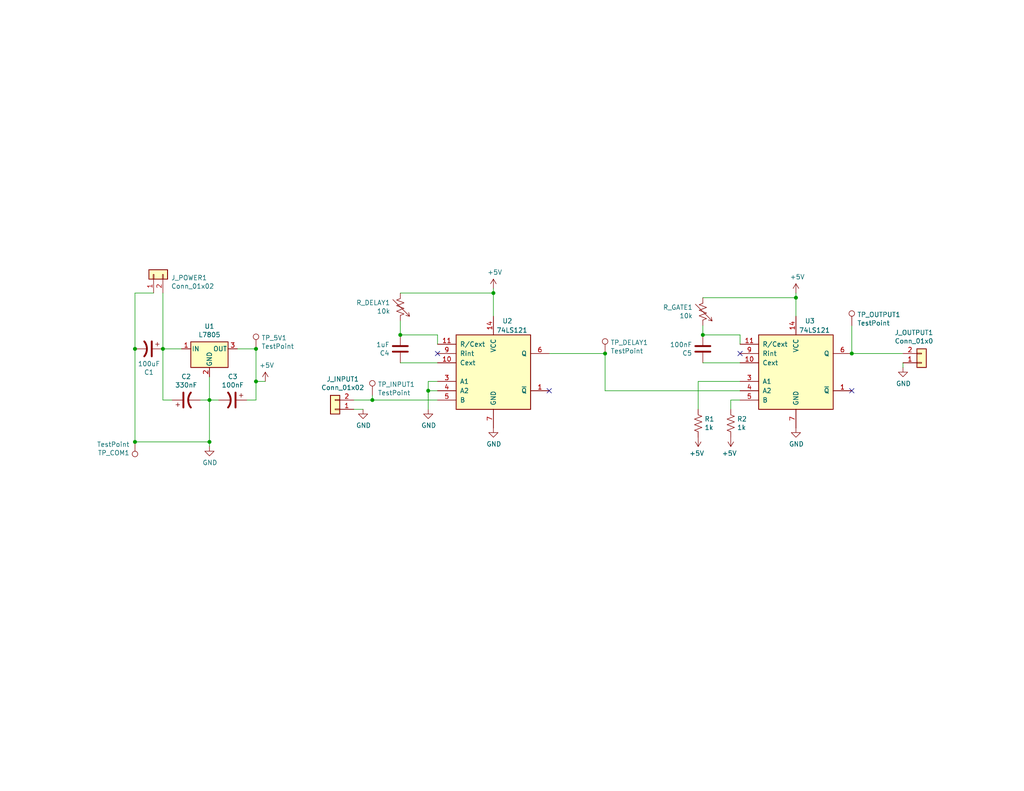
<source format=kicad_sch>
(kicad_sch (version 20211123) (generator eeschema)
  (paper "USLetter")
  (title_block (title "Delay Generator") (date "2019-04-17") (rev "A") (company "UW-Madison") (comment 1 "Department of Chemistry"))
  (lib_symbols
    (symbol "74xx:74LS121" (pin_names (offset 1.016))
      (property "Reference" "U" (at -7.62 11.43 0))
      (property "Value" "74LS121" (at -7.62 -11.43 0))
      (symbol "74LS121_1_0"
        (pin output line (at 15.24 -5.08 180) (length 5.08) (name "~{Q}") (number "1"))
        (pin input line (at -15.24 2.54 0) (length 5.08) (name "Cext") (number "10"))
        (pin input line (at -15.24 7.62 0) (length 5.08) (name "R/Cext") (number "11"))
        (pin power_in line (at 0 15.24 270) (length 5.08) (name "VCC") (number "14"))
        (pin input line (at -15.24 -2.54 0) (length 5.08) (name "A1") (number "3"))
        (pin input line (at -15.24 -5.08 0) (length 5.08) (name "A2") (number "4"))
        (pin input line (at -15.24 -7.62 0) (length 5.08) (name "B") (number "5"))
        (pin output line (at 15.24 5.08 180) (length 5.08) (name "Q") (number "6"))
        (pin power_in line (at 0 -15.24 90) (length 5.08) (name "GND") (number "7"))
        (pin input line (at -15.24 5.08 0) (length 5.08) (name "Rint") (number "9"))
      )
      (symbol "74LS121_1_1"
        (rectangle (start -10.16 10.16) (end 10.16 -10.16) (stroke (width 0.254)) (fill (type background)))
      )
    )
    (symbol "Connector:TestPoint" (pin_numbers hide) (pin_names (offset 0.762) hide)
      (property "Reference" "TP" (at 0 6.858 0))
      (property "Value" "TestPoint" (at 0 5.08 0))
      (symbol "TestPoint_0_1"
        (circle (center 0 3.302) (radius 0.762))
      )
      (symbol "TestPoint_1_1"
        (pin passive line (at 0 0 90) (length 2.54) (name "1") (number "1"))
      )
    )
    (symbol "Connector_Generic:Conn_01x02" (pin_names (offset 1.016) hide)
      (property "Reference" "J" (at 0 2.54 0))
      (property "Value" "Conn_01x02" (at 0 -5.08 0))
      (symbol "Conn_01x02_1_1"
        (rectangle (start -1.27 -2.413) (end 0 -2.667) (stroke (width 0.1524)))
        (rectangle (start -1.27 0.127) (end 0 -0.127) (stroke (width 0.1524)))
        (rectangle (start -1.27 1.27) (end 1.27 -3.81) (stroke (width 0.254)) (fill (type background)))
        (pin passive line (at -5.08 0 0) (length 3.81) (name "Pin_1") (number "1"))
        (pin passive line (at -5.08 -2.54 0) (length 3.81) (name "Pin_2") (number "2"))
      )
    )
    (symbol "Device:C" (pin_numbers hide) (pin_names (offset 0.254))
      (property "Reference" "C" (at 0.635 2.54 0))
      (property "Value" "C" (at 0.635 -2.54 0))
      (symbol "C_0_1"
        (polyline (pts (xy -2.032 -0.762) (xy 2.032 -0.762)) (stroke (width 0.508)))
        (polyline (pts (xy -2.032 0.762) (xy 2.032 0.762)) (stroke (width 0.508)))
      )
      (symbol "C_1_1"
        (pin passive line (at 0 3.81 270) (length 2.794) (name "~") (number "1"))
        (pin passive line (at 0 -3.81 90) (length 2.794) (name "~") (number "2"))
      )
    )
    (symbol "Device:CP1" (pin_numbers hide) (pin_names (offset 0.254) hide)
      (property "Reference" "C" (at 0.635 2.54 0))
      (property "Value" "Device_CP1" (at 0.635 -2.54 0))
      (symbol "CP1_0_1"
        (polyline (pts (xy -2.032 0.762) (xy 2.032 0.762)) (stroke (width 0.508)))
        (polyline (pts (xy -1.778 2.286) (xy -0.762 2.286)))
        (polyline (pts (xy -1.27 1.778) (xy -1.27 2.794)))
        (arc (start 2.032 -1.27) (mid 0 -0.5572) (end -2.032 -1.27) (stroke (width 0.508)))
      )
      (symbol "CP1_1_1"
        (pin passive line (at 0 3.81 270) (length 2.794) (name "~") (number "1"))
        (pin passive line (at 0 -3.81 90) (length 3.302) (name "~") (number "2"))
      )
    )
    (symbol "Device:R_US" (pin_numbers hide) (pin_names (offset 0))
      (property "Reference" "R" (at 2.54 0 90))
      (property "Value" "R_US" (at -2.54 0 90))
      (symbol "R_US_0_1"
        (polyline (pts (xy 0 -2.286) (xy 0 -2.54)))
        (polyline (pts (xy 0 2.286) (xy 0 2.54)))
        (polyline (pts (xy 0 -0.762) (xy 1.016 -1.143) (xy 0 -1.524) (xy -1.016 -1.905) (xy 0 -2.286)))
        (polyline (pts (xy 0 0.762) (xy 1.016 0.381) (xy 0 0) (xy -1.016 -0.381) (xy 0 -0.762)))
        (polyline (pts (xy 0 2.286) (xy 1.016 1.905) (xy 0 1.524) (xy -1.016 1.143) (xy 0 0.762)))
      )
      (symbol "R_US_1_1"
        (pin passive line (at 0 3.81 270) (length 1.27) (name "~") (number "1"))
        (pin passive line (at 0 -3.81 90) (length 1.27) (name "~") (number "2"))
      )
    )
    (symbol "Device:R_Variable_US" (pin_numbers hide) (pin_names (offset 0))
      (property "Reference" "R" (at 2.54 -2.54 90))
      (property "Value" "R_Variable_US" (at -2.54 -1.27 90))
      (symbol "R_Variable_US_0_1"
        (polyline (pts (xy 0 -2.286) (xy 0 -2.54)))
        (polyline (pts (xy 0 2.286) (xy 0 2.54)))
        (polyline (pts (xy 0 -0.762) (xy 1.016 -1.143) (xy 0 -1.524) (xy -1.016 -1.905) (xy 0 -2.286)))
        (polyline (pts (xy 0 0.762) (xy 1.016 0.381) (xy 0 0) (xy -1.016 -0.381) (xy 0 -0.762)))
        (polyline (pts (xy 0 2.286) (xy 1.016 1.905) (xy 0 1.524) (xy -1.016 1.143) (xy 0 0.762)) (stroke (width 0.1524)))
        (polyline (pts (xy 2.286 1.524) (xy 2.54 2.54) (xy 1.524 2.286) (xy 2.54 2.54) (xy -2.032 -2.032)) (stroke (width 0.1524)))
      )
      (symbol "R_Variable_US_1_1"
        (pin passive line (at 0 3.81 270) (length 1.27) (name "~") (number "1"))
        (pin passive line (at 0 -3.81 90) (length 1.27) (name "~") (number "2"))
      )
    )
    (symbol "Regulator_Linear:L7805" (pin_names (offset 0.254))
      (property "Reference" "U" (at -3.81 3.175 0))
      (property "Value" "L7805" (at 0 3.175 0))
      (symbol "L7805_0_1"
        (rectangle (start -5.08 1.905) (end 5.08 -5.08) (stroke (width 0.254)) (fill (type background)))
      )
      (symbol "L7805_1_1"
        (pin power_in line (at -7.62 0 0) (length 2.54) (name "IN") (number "1"))
        (pin power_in line (at 0 -7.62 90) (length 2.54) (name "GND") (number "2"))
        (pin power_out line (at 7.62 0 180) (length 2.54) (name "OUT") (number "3"))
      )
    )
    (symbol "power:+5V" (power) (pin_names (offset 0))
      (property "Value" "+5V" (at 0 3.556 0))
      (symbol "+5V_0_1"
        (polyline (pts (xy -0.762 1.27) (xy 0 2.54)))
        (polyline (pts (xy 0 0) (xy 0 2.54)))
        (polyline (pts (xy 0 2.54) (xy 0.762 1.27)))
      )
      (symbol "+5V_1_1"
        (pin power_in line (at 0 0 90) (length 0) hide (name "+5V") (number "1"))
      )
    )
    (symbol "power:GND" (power) (pin_names (offset 0))
      (property "Value" "GND" (at 0 -3.81 0))
      (symbol "GND_0_1"
        (polyline (pts (xy 0 0) (xy 0 -1.27) (xy 1.27 -1.27) (xy 0 -2.54) (xy -1.27 -1.27) (xy 0 -1.27)))
      )
      (symbol "GND_1_1"
        (pin power_in line (at 0 0 270) (length 0) hide (name "GND") (number "1"))
      )
    )
  )
  (junction (at 36.83 120.65))
  (junction (at 36.83 95.25))
  (junction (at 232.41 96.52))
  (junction (at 109.22 91.44))
  (junction (at 44.45 95.25))
  (junction (at 69.85 95.25))
  (junction (at 217.17 81.28))
  (junction (at 101.6 109.22))
  (junction (at 116.84 106.68))
  (junction (at 57.15 120.65))
  (junction (at 191.77 91.44))
  (junction (at 69.85 104.14))
  (junction (at 165.1 96.52))
  (junction (at 134.62 80.01))
  (junction (at 57.15 109.22))
  (no_connect (at 201.93 96.52))
  (no_connect (at 149.86 106.68))
  (no_connect (at 232.41 106.68))
  (no_connect (at 119.38 96.52))
  (wire (pts (xy 165.1 106.68) (xy 201.93 106.68)))
  (wire (pts (xy 116.84 106.68) (xy 116.84 111.76)))
  (wire (pts (xy 119.38 104.14) (xy 116.84 104.14)))
  (wire (pts (xy 54.61 109.22) (xy 57.15 109.22)))
  (wire (pts (xy 109.22 80.01) (xy 134.62 80.01)))
  (wire (pts (xy 36.83 95.25) (xy 36.83 120.65)))
  (wire (pts (xy 119.38 91.44) (xy 109.22 91.44)))
  (wire (pts (xy 201.93 104.14) (xy 190.5 104.14)))
  (wire (pts (xy 69.85 104.14) (xy 72.39 104.14)))
  (wire (pts (xy 69.85 104.14) (xy 69.85 109.22)))
  (wire (pts (xy 165.1 96.52) (xy 165.1 106.68)))
  (wire (pts (xy 190.5 104.14) (xy 190.5 111.76)))
  (wire (pts (xy 116.84 104.14) (xy 116.84 106.68)))
  (wire (pts (xy 109.22 87.63) (xy 109.22 91.44)))
  (wire (pts (xy 64.77 95.25) (xy 69.85 95.25)))
  (wire (pts (xy 57.15 120.65) (xy 57.15 109.22)))
  (wire (pts (xy 57.15 102.87) (xy 57.15 109.22)))
  (wire (pts (xy 41.91 80.01) (xy 36.83 80.01)))
  (wire (pts (xy 201.93 91.44) (xy 201.93 93.98)))
  (wire (pts (xy 149.86 96.52) (xy 165.1 96.52)))
  (wire (pts (xy 191.77 81.28) (xy 217.17 81.28)))
  (wire (pts (xy 199.39 109.22) (xy 199.39 111.76)))
  (wire (pts (xy 101.6 107.95) (xy 101.6 109.22)))
  (wire (pts (xy 44.45 109.22) (xy 46.99 109.22)))
  (wire (pts (xy 44.45 95.25) (xy 44.45 109.22)))
  (wire (pts (xy 69.85 95.25) (xy 69.85 104.14)))
  (wire (pts (xy 119.38 93.98) (xy 119.38 91.44)))
  (wire (pts (xy 134.62 80.01) (xy 134.62 86.36)))
  (wire (pts (xy 36.83 120.65) (xy 57.15 120.65)))
  (wire (pts (xy 119.38 99.06) (xy 109.22 99.06)))
  (wire (pts (xy 201.93 91.44) (xy 191.77 91.44)))
  (wire (pts (xy 217.17 81.28) (xy 217.17 80.01)))
  (wire (pts (xy 57.15 120.65) (xy 57.15 121.92)))
  (wire (pts (xy 101.6 109.22) (xy 119.38 109.22)))
  (wire (pts (xy 217.17 81.28) (xy 217.17 86.36)))
  (wire (pts (xy 232.41 96.52) (xy 232.41 88.9)))
  (wire (pts (xy 201.93 99.06) (xy 191.77 99.06)))
  (wire (pts (xy 57.15 109.22) (xy 59.69 109.22)))
  (wire (pts (xy 201.93 109.22) (xy 199.39 109.22)))
  (wire (pts (xy 191.77 88.9) (xy 191.77 91.44)))
  (wire (pts (xy 246.38 99.06) (xy 246.38 100.33)))
  (wire (pts (xy 96.52 109.22) (xy 101.6 109.22)))
  (wire (pts (xy 116.84 106.68) (xy 119.38 106.68)))
  (wire (pts (xy 49.53 95.25) (xy 44.45 95.25)))
  (wire (pts (xy 36.83 80.01) (xy 36.83 95.25)))
  (wire (pts (xy 69.85 109.22) (xy 67.31 109.22)))
  (wire (pts (xy 44.45 80.01) (xy 44.45 95.25)))
  (wire (pts (xy 232.41 96.52) (xy 246.38 96.52)))
  (wire (pts (xy 96.52 111.76) (xy 99.06 111.76)))
  (wire (pts (xy 134.62 80.01) (xy 134.62 78.74)))
  (symbol (lib_id "74xx:74LS121") (at 134.62 101.6 0) (unit 1)
    (property "Reference" "U2" (at 138.43 87.63 0))
    (property "Value" "74LS121" (at 139.7 90.17 0))
    (property "Footprint" "Package_DIP:DIP-16_W7.62mm_LongPads" (effects hide))
    (property "Datasheet" "http://www.ti.com/lit/gpn/sn74121" (effects hide))
  )
  (symbol (lib_id "Device:R_US") (at 199.39 115.57 0) (unit 1)
    (property "Reference" "R2" (at 201.1172 114.4016 0) (effects (justify left)))
    (property "Value" "1k" (at 201.1172 116.713 0) (effects (justify left)))
    (property "Footprint" "Resistor_THT:R_Axial_DIN0207_L6.3mm_D2.5mm_P7.62mm_Horizontal" (effects hide))
  )
  (symbol (lib_id "Regulator_Linear:L7805") (at 57.15 95.25 0) (unit 1)
    (property "Reference" "U1" (at 57.15 89.1032 0))
    (property "Value" "L7805" (at 57.15 91.4146 0))
    (property "Footprint" "Package_TO_SOT_THT:TO-220-3_Vertical" (effects hide))
    (property "Datasheet" "http://www.st.com/content/ccc/resource/technical/document/datasheet/41/4f/b3/b0/12/d4/47/88/CD00000444.pdf/files/CD00000444.pdf/jcr:content/translations/en.CD00000444.pdf" (effects hide))
  )
  (symbol (lib_id "Connector_Generic:Conn_01x02") (at 41.91 74.93 90) (unit 1)
    (property "Reference" "J_POWER1" (at 46.6852 75.8444 90) (effects (justify right)))
    (property "Value" "Conn_01x02" (at 46.6852 78.1558 90) (effects (justify right)))
    (property "Footprint" "Connector_Molex:Molex_KK-254_AE-6410-02A_1x02_P2.54mm_Vertical" (effects hide))
  )
  (symbol (lib_id "Device:CP1") (at 63.5 109.22 270) (unit 1)
    (property "Reference" "C3" (at 63.5 102.8192 90))
    (property "Value" "100nF" (at 63.5 105.1306 90))
    (property "Footprint" "Capacitor_THT:CP_Radial_D7.5mm_P2.50mm" (effects hide))
  )
  (symbol (lib_id "Device:CP1") (at 50.8 109.22 90) (unit 1)
    (property "Reference" "C2" (at 50.8 102.8192 90))
    (property "Value" "330nF" (at 50.8 105.1306 90))
    (property "Footprint" "Capacitor_THT:CP_Radial_D7.5mm_P2.50mm" (effects hide))
  )
  (symbol (lib_id "power:+5V") (at 72.39 104.14 0) (unit 1)
    (property "Reference" "#PWR0101" (effects hide))
    (property "Value" "+5V" (at 72.771 99.7458 0))
  )
  (symbol (lib_id "power:GND") (at 57.15 121.92 0) (unit 1)
    (property "Reference" "#PWR0102" (effects hide))
    (property "Value" "GND" (at 57.277 126.3142 0))
  )
  (symbol (lib_id "power:GND") (at 134.62 116.84 0) (unit 1)
    (property "Reference" "#PWR0103" (effects hide))
    (property "Value" "GND" (at 134.747 121.2342 0))
  )
  (symbol (lib_id "Connector_Generic:Conn_01x02") (at 91.44 111.76 180) (unit 1)
    (property "Reference" "J_INPUT1" (at 93.5228 103.505 0))
    (property "Value" "Conn_01x02" (at 93.5228 105.8164 0))
    (property "Footprint" "Connector_Molex:Molex_KK-254_AE-6410-02A_1x02_P2.54mm_Vertical" (effects hide))
  )
  (symbol (lib_id "power:GND") (at 99.06 111.76 0) (unit 1)
    (property "Reference" "#PWR0104" (effects hide))
    (property "Value" "GND" (at 99.187 116.1542 0))
  )
  (symbol (lib_id "power:GND") (at 116.84 111.76 0) (unit 1)
    (property "Reference" "#PWR0105" (effects hide))
    (property "Value" "GND" (at 116.967 116.1542 0))
  )
  (symbol (lib_id "Device:C") (at 109.22 95.25 180) (unit 1)
    (property "Reference" "C4" (at 106.299 96.4184 0) (effects (justify left)))
    (property "Value" "1uF" (at 106.299 94.107 0) (effects (justify left)))
    (property "Footprint" "Capacitor_THT:CP_Radial_D7.5mm_P2.50mm" (effects hide))
  )
  (symbol (lib_id "power:+5V") (at 134.62 78.74 0) (unit 1)
    (property "Reference" "#PWR0106" (effects hide))
    (property "Value" "+5V" (at 135.001 74.3458 0))
  )
  (symbol (lib_id "74xx:74LS121") (at 217.17 101.6 0) (unit 1)
    (property "Reference" "U3" (at 220.98 87.63 0))
    (property "Value" "74LS121" (at 222.25 90.17 0))
    (property "Footprint" "Package_DIP:DIP-16_W7.62mm_LongPads" (effects hide))
    (property "Datasheet" "http://www.ti.com/lit/gpn/sn74121" (effects hide))
  )
  (symbol (lib_id "Connector_Generic:Conn_01x02") (at 251.46 99.06 0) (mirror x) (unit 1)
    (property "Reference" "J_OUTPUT1" (at 249.3772 90.805 0))
    (property "Value" "Conn_01x0" (at 249.3772 93.1164 0))
    (property "Footprint" "Connector_Molex:Molex_KK-254_AE-6410-02A_1x02_P2.54mm_Vertical" (effects hide))
  )
  (symbol (lib_id "Device:R_Variable_US") (at 109.22 83.82 0) (mirror x) (unit 1)
    (property "Reference" "R_DELAY1" (at 106.4768 82.6516 0) (effects (justify right)))
    (property "Value" "10k" (at 106.4768 84.963 0) (effects (justify right)))
    (property "Footprint" "Connector_Molex:Molex_KK-254_AE-6410-02A_1x02_P2.54mm_Vertica" (effects hide))
  )
  (symbol (lib_id "Device:R_Variable_US") (at 191.77 85.09 0) (mirror x) (unit 1)
    (property "Reference" "R_GATE1" (at 189.0268 83.9216 0) (effects (justify right)))
    (property "Value" "10k" (at 189.0268 86.233 0) (effects (justify right)))
    (property "Footprint" "Connector_Molex:Molex_KK-254_AE-6410-02A_1x02_P2.54mm_Vertical" (effects hide))
  )
  (symbol (lib_id "power:+5V") (at 217.17 80.01 0) (unit 1)
    (property "Reference" "#PWR0107" (effects hide))
    (property "Value" "+5V" (at 217.551 75.6158 0))
  )
  (symbol (lib_id "Device:C") (at 191.77 95.25 180) (unit 1)
    (property "Reference" "C5" (at 188.849 96.4184 0) (effects (justify left)))
    (property "Value" "100nF" (at 188.849 94.107 0) (effects (justify left)))
    (property "Footprint" "Capacitor_THT:CP_Radial_D7.5mm_P2.50mm" (effects hide))
  )
  (symbol (lib_id "Connector:TestPoint") (at 69.85 95.25 0) (unit 1)
    (property "Reference" "TP_5V1" (at 71.3232 92.2528 0) (effects (justify left)))
    (property "Value" "TestPoint" (at 71.3232 94.5642 0) (effects (justify left)))
    (property "Footprint" "TestPoint:TestPoint_Loop_D2.60mm_Drill1.6mm_Beaded" (effects hide))
  )
  (symbol (lib_id "Device:R_US") (at 190.5 115.57 0) (unit 1)
    (property "Reference" "R1" (at 192.2272 114.4016 0) (effects (justify left)))
    (property "Value" "1k" (at 192.2272 116.713 0) (effects (justify left)))
    (property "Footprint" "Resistor_THT:R_Axial_DIN0207_L6.3mm_D2.5mm_P7.62mm_Horizontal" (effects hide))
  )
  (symbol (lib_id "Connector:TestPoint") (at 36.83 120.65 180) (unit 1)
    (property "Reference" "TP_COM1" (at 35.3568 123.6472 0) (effects (justify left)))
    (property "Value" "TestPoint" (at 35.3568 121.3358 0) (effects (justify left)))
    (property "Footprint" "TestPoint:TestPoint_Loop_D2.60mm_Drill1.6mm_Beaded" (effects hide))
  )
  (symbol (lib_id "power:+5V") (at 190.5 119.38 180) (unit 1)
    (property "Reference" "#PWR0108" (effects hide))
    (property "Value" "+5V" (at 190.119 123.7742 0))
  )
  (symbol (lib_id "power:+5V") (at 199.39 119.38 180) (unit 1)
    (property "Reference" "#PWR0109" (effects hide))
    (property "Value" "+5V" (at 199.009 123.7742 0))
  )
  (symbol (lib_id "power:GND") (at 217.17 116.84 0) (unit 1)
    (property "Reference" "#PWR0110" (effects hide))
    (property "Value" "GND" (at 217.297 121.2342 0))
  )
  (symbol (lib_id "Connector:TestPoint") (at 101.6 107.95 0) (unit 1)
    (property "Reference" "TP_INPUT1" (at 103.0732 104.9528 0) (effects (justify left)))
    (property "Value" "TestPoint" (at 103.0732 107.2642 0) (effects (justify left)))
    (property "Footprint" "TestPoint:TestPoint_Loop_D2.60mm_Drill1.6mm_Beaded" (effects hide))
  )
  (symbol (lib_id "power:GND") (at 246.38 100.33 0) (unit 1)
    (property "Reference" "#PWR0111" (effects hide))
    (property "Value" "GND" (at 246.507 104.7242 0))
  )
  (symbol (lib_id "Connector:TestPoint") (at 165.1 96.52 0) (unit 1)
    (property "Reference" "TP_DELAY1" (at 166.5732 93.5228 0) (effects (justify left)))
    (property "Value" "TestPoint" (at 166.5732 95.8342 0) (effects (justify left)))
    (property "Footprint" "TestPoint:TestPoint_Loop_D2.60mm_Drill1.6mm_Beaded" (effects hide))
  )
  (symbol (lib_id "Connector:TestPoint") (at 232.41 88.9 0) (unit 1)
    (property "Reference" "TP_OUTPUT1" (at 233.8832 85.9028 0) (effects (justify left)))
    (property "Value" "TestPoint" (at 233.8832 88.2142 0) (effects (justify left)))
    (property "Footprint" "TestPoint:TestPoint_Loop_D2.60mm_Drill1.6mm_Beaded" (effects hide))
  )
  (symbol (lib_id "Device:CP1") (at 40.64 95.25 270) (unit 1)
    (property "Reference" "C1" (at 40.64 101.6508 90))
    (property "Value" "100uF" (at 40.64 99.3394 90))
    (property "Footprint" "Capacitor_THT:CP_Radial_D7.5mm_P2.50mm" (effects hide))
  )
)
</source>
